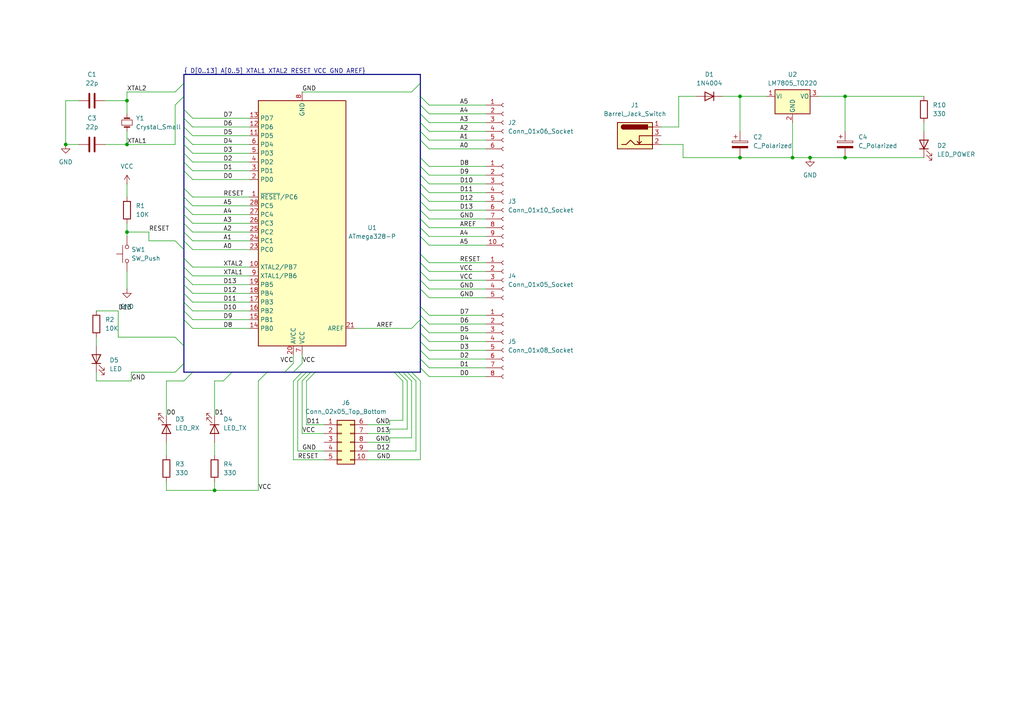
<source format=kicad_sch>
(kicad_sch (version 20250114) (generator "eeschema") (generator_version "9.0")
  (paper "A4")
  (lib_symbols
    (symbol "Connector:Barrel_Jack_Switch" (pin_names (hide yes))
      (property "Reference" "J" (at 0 5.334 0))
      (property "Value" "Barrel_Jack_Switch" (at 0 -5.08 0))
      (symbol "Barrel_Jack_Switch_0_1"
        (rectangle (start -5.08 3.81) (end 5.08 -3.81) (stroke (width 0.254)) (fill (type background)))
        (polyline (pts (xy -3.81 -2.54) (xy -2.54 -2.54) (xy -1.27 -1.27) (xy 0 -2.54) (xy 2.54 -2.54) (xy 5.08 -2.54)) (stroke (width 0.254)))
        (arc (start -3.302 1.905) (mid -3.9343 2.54) (end -3.302 3.175) (stroke (width 0.254)))
        (arc (start -3.302 1.905) (mid -3.9343 2.54) (end -3.302 3.175) (stroke (width 0.254)) (fill (type outline)))
        (polyline (pts (xy 1.27 -2.286) (xy 1.905 -1.651)) (stroke (width 0.254)))
        (rectangle (start 3.683 3.175) (end -3.302 1.905) (stroke (width 0.254)) (fill (type outline)))
        (polyline (pts (xy 5.08 2.54) (xy 3.81 2.54)) (stroke (width 0.254)))
        (polyline (pts (xy 5.08 0) (xy 1.27 0) (xy 1.27 -2.286) (xy 0.635 -1.651)) (stroke (width 0.254)))
      )
      (symbol "Barrel_Jack_Switch_1_1"
        (pin passive line (at 7.62 2.54 180) (length 2.54) (name "~") (number "1"))
        (pin passive line (at 7.62 0 180) (length 2.54) (name "~") (number "3"))
        (pin passive line (at 7.62 -2.54 180) (length 2.54) (name "~") (number "2"))
      )
    )
    (symbol "Connector:Conn_01x05_Socket" (pin_names (offset 1.016) (hide yes))
      (property "Reference" "J" (at 0 7.62 0))
      (property "Value" "Conn_01x05_Socket" (at 0 -7.62 0))
      (symbol "Conn_01x05_Socket_1_1"
        (polyline (pts (xy -1.27 5.08) (xy -0.508 5.08)) (stroke (width 0.1524)))
        (polyline (pts (xy -1.27 2.54) (xy -0.508 2.54)) (stroke (width 0.1524)))
        (polyline (pts (xy -1.27 0) (xy -0.508 0)) (stroke (width 0.1524)))
        (polyline (pts (xy -1.27 -2.54) (xy -0.508 -2.54)) (stroke (width 0.1524)))
        (polyline (pts (xy -1.27 -5.08) (xy -0.508 -5.08)) (stroke (width 0.1524)))
        (arc (start 0 4.572) (mid -0.5058 5.08) (end 0 5.588) (stroke (width 0.1524)))
        (arc (start 0 2.032) (mid -0.5058 2.54) (end 0 3.048) (stroke (width 0.1524)))
        (arc (start 0 -0.508) (mid -0.5058 0) (end 0 0.508) (stroke (width 0.1524)))
        (arc (start 0 -3.048) (mid -0.5058 -2.54) (end 0 -2.032) (stroke (width 0.1524)))
        (arc (start 0 -5.588) (mid -0.5058 -5.08) (end 0 -4.572) (stroke (width 0.1524)))
        (pin passive line (at -5.08 5.08 0) (length 3.81) (name "Pin_1") (number "1"))
        (pin passive line (at -5.08 2.54 0) (length 3.81) (name "Pin_2") (number "2"))
        (pin passive line (at -5.08 0 0) (length 3.81) (name "Pin_3") (number "3"))
        (pin passive line (at -5.08 -2.54 0) (length 3.81) (name "Pin_4") (number "4"))
        (pin passive line (at -5.08 -5.08 0) (length 3.81) (name "Pin_5") (number "5"))
      )
    )
    (symbol "Connector:Conn_01x06_Socket" (pin_names (offset 1.016) (hide yes))
      (property "Reference" "J" (at 0 7.62 0))
      (property "Value" "Conn_01x06_Socket" (at 0 -10.16 0))
      (symbol "Conn_01x06_Socket_1_1"
        (polyline (pts (xy -1.27 5.08) (xy -0.508 5.08)) (stroke (width 0.1524)))
        (polyline (pts (xy -1.27 2.54) (xy -0.508 2.54)) (stroke (width 0.1524)))
        (polyline (pts (xy -1.27 0) (xy -0.508 0)) (stroke (width 0.1524)))
        (polyline (pts (xy -1.27 -2.54) (xy -0.508 -2.54)) (stroke (width 0.1524)))
        (polyline (pts (xy -1.27 -5.08) (xy -0.508 -5.08)) (stroke (width 0.1524)))
        (polyline (pts (xy -1.27 -7.62) (xy -0.508 -7.62)) (stroke (width 0.1524)))
        (arc (start 0 4.572) (mid -0.5058 5.08) (end 0 5.588) (stroke (width 0.1524)))
        (arc (start 0 2.032) (mid -0.5058 2.54) (end 0 3.048) (stroke (width 0.1524)))
        (arc (start 0 -0.508) (mid -0.5058 0) (end 0 0.508) (stroke (width 0.1524)))
        (arc (start 0 -3.048) (mid -0.5058 -2.54) (end 0 -2.032) (stroke (width 0.1524)))
        (arc (start 0 -5.588) (mid -0.5058 -5.08) (end 0 -4.572) (stroke (width 0.1524)))
        (arc (start 0 -8.128) (mid -0.5058 -7.62) (end 0 -7.112) (stroke (width 0.1524)))
        (pin passive line (at -5.08 5.08 0) (length 3.81) (name "Pin_1") (number "1"))
        (pin passive line (at -5.08 2.54 0) (length 3.81) (name "Pin_2") (number "2"))
        (pin passive line (at -5.08 0 0) (length 3.81) (name "Pin_3") (number "3"))
        (pin passive line (at -5.08 -2.54 0) (length 3.81) (name "Pin_4") (number "4"))
        (pin passive line (at -5.08 -5.08 0) (length 3.81) (name "Pin_5") (number "5"))
        (pin passive line (at -5.08 -7.62 0) (length 3.81) (name "Pin_6") (number "6"))
      )
    )
    (symbol "Connector:Conn_01x08_Socket" (pin_names (offset 1.016) (hide yes))
      (property "Reference" "J" (at 0 10.16 0))
      (property "Value" "Conn_01x08_Socket" (at 0 -12.7 0))
      (symbol "Conn_01x08_Socket_1_1"
        (polyline (pts (xy -1.27 7.62) (xy -0.508 7.62)) (stroke (width 0.1524)))
        (polyline (pts (xy -1.27 5.08) (xy -0.508 5.08)) (stroke (width 0.1524)))
        (polyline (pts (xy -1.27 2.54) (xy -0.508 2.54)) (stroke (width 0.1524)))
        (polyline (pts (xy -1.27 0) (xy -0.508 0)) (stroke (width 0.1524)))
        (polyline (pts (xy -1.27 -2.54) (xy -0.508 -2.54)) (stroke (width 0.1524)))
        (polyline (pts (xy -1.27 -5.08) (xy -0.508 -5.08)) (stroke (width 0.1524)))
        (polyline (pts (xy -1.27 -7.62) (xy -0.508 -7.62)) (stroke (width 0.1524)))
        (polyline (pts (xy -1.27 -10.16) (xy -0.508 -10.16)) (stroke (width 0.1524)))
        (arc (start 0 7.112) (mid -0.5058 7.62) (end 0 8.128) (stroke (width 0.1524)))
        (arc (start 0 4.572) (mid -0.5058 5.08) (end 0 5.588) (stroke (width 0.1524)))
        (arc (start 0 2.032) (mid -0.5058 2.54) (end 0 3.048) (stroke (width 0.1524)))
        (arc (start 0 -0.508) (mid -0.5058 0) (end 0 0.508) (stroke (width 0.1524)))
        (arc (start 0 -3.048) (mid -0.5058 -2.54) (end 0 -2.032) (stroke (width 0.1524)))
        (arc (start 0 -5.588) (mid -0.5058 -5.08) (end 0 -4.572) (stroke (width 0.1524)))
        (arc (start 0 -8.128) (mid -0.5058 -7.62) (end 0 -7.112) (stroke (width 0.1524)))
        (arc (start 0 -10.668) (mid -0.5058 -10.16) (end 0 -9.652) (stroke (width 0.1524)))
        (pin passive line (at -5.08 7.62 0) (length 3.81) (name "Pin_1") (number "1"))
        (pin passive line (at -5.08 5.08 0) (length 3.81) (name "Pin_2") (number "2"))
        (pin passive line (at -5.08 2.54 0) (length 3.81) (name "Pin_3") (number "3"))
        (pin passive line (at -5.08 0 0) (length 3.81) (name "Pin_4") (number "4"))
        (pin passive line (at -5.08 -2.54 0) (length 3.81) (name "Pin_5") (number "5"))
        (pin passive line (at -5.08 -5.08 0) (length 3.81) (name "Pin_6") (number "6"))
        (pin passive line (at -5.08 -7.62 0) (length 3.81) (name "Pin_7") (number "7"))
        (pin passive line (at -5.08 -10.16 0) (length 3.81) (name "Pin_8") (number "8"))
      )
    )
    (symbol "Connector:Conn_01x10_Socket" (pin_names (offset 1.016) (hide yes))
      (property "Reference" "J" (at 0 12.7 0))
      (property "Value" "Conn_01x10_Socket" (at 0 -15.24 0))
      (symbol "Conn_01x10_Socket_1_1"
        (polyline (pts (xy -1.27 10.16) (xy -0.508 10.16)) (stroke (width 0.1524)))
        (polyline (pts (xy -1.27 7.62) (xy -0.508 7.62)) (stroke (width 0.1524)))
        (polyline (pts (xy -1.27 5.08) (xy -0.508 5.08)) (stroke (width 0.1524)))
        (polyline (pts (xy -1.27 2.54) (xy -0.508 2.54)) (stroke (width 0.1524)))
        (polyline (pts (xy -1.27 0) (xy -0.508 0)) (stroke (width 0.1524)))
        (polyline (pts (xy -1.27 -2.54) (xy -0.508 -2.54)) (stroke (width 0.1524)))
        (polyline (pts (xy -1.27 -5.08) (xy -0.508 -5.08)) (stroke (width 0.1524)))
        (polyline (pts (xy -1.27 -7.62) (xy -0.508 -7.62)) (stroke (width 0.1524)))
        (polyline (pts (xy -1.27 -10.16) (xy -0.508 -10.16)) (stroke (width 0.1524)))
        (polyline (pts (xy -1.27 -12.7) (xy -0.508 -12.7)) (stroke (width 0.1524)))
        (arc (start 0 9.652) (mid -0.5058 10.16) (end 0 10.668) (stroke (width 0.1524)))
        (arc (start 0 7.112) (mid -0.5058 7.62) (end 0 8.128) (stroke (width 0.1524)))
        (arc (start 0 4.572) (mid -0.5058 5.08) (end 0 5.588) (stroke (width 0.1524)))
        (arc (start 0 2.032) (mid -0.5058 2.54) (end 0 3.048) (stroke (width 0.1524)))
        (arc (start 0 -0.508) (mid -0.5058 0) (end 0 0.508) (stroke (width 0.1524)))
        (arc (start 0 -3.048) (mid -0.5058 -2.54) (end 0 -2.032) (stroke (width 0.1524)))
        (arc (start 0 -5.588) (mid -0.5058 -5.08) (end 0 -4.572) (stroke (width 0.1524)))
        (arc (start 0 -8.128) (mid -0.5058 -7.62) (end 0 -7.112) (stroke (width 0.1524)))
        (arc (start 0 -10.668) (mid -0.5058 -10.16) (end 0 -9.652) (stroke (width 0.1524)))
        (arc (start 0 -13.208) (mid -0.5058 -12.7) (end 0 -12.192) (stroke (width 0.1524)))
        (pin passive line (at -5.08 10.16 0) (length 3.81) (name "Pin_1") (number "1"))
        (pin passive line (at -5.08 7.62 0) (length 3.81) (name "Pin_2") (number "2"))
        (pin passive line (at -5.08 5.08 0) (length 3.81) (name "Pin_3") (number "3"))
        (pin passive line (at -5.08 2.54 0) (length 3.81) (name "Pin_4") (number "4"))
        (pin passive line (at -5.08 0 0) (length 3.81) (name "Pin_5") (number "5"))
        (pin passive line (at -5.08 -2.54 0) (length 3.81) (name "Pin_6") (number "6"))
        (pin passive line (at -5.08 -5.08 0) (length 3.81) (name "Pin_7") (number "7"))
        (pin passive line (at -5.08 -7.62 0) (length 3.81) (name "Pin_8") (number "8"))
        (pin passive line (at -5.08 -10.16 0) (length 3.81) (name "Pin_9") (number "9"))
        (pin passive line (at -5.08 -12.7 0) (length 3.81) (name "Pin_10") (number "10"))
      )
    )
    (symbol "Connector_Generic:Conn_02x05_Top_Bottom" (pin_names (offset 1.016) (hide yes))
      (property "Reference" "J" (at 1.27 7.62 0))
      (property "Value" "Conn_02x05_Top_Bottom" (at 1.27 -7.62 0))
      (symbol "Conn_02x05_Top_Bottom_1_1"
        (rectangle (start -1.27 6.35) (end 3.81 -6.35) (stroke (width 0.254)) (fill (type background)))
        (rectangle (start -1.27 5.207) (end 0 4.953) (stroke (width 0.1524)))
        (rectangle (start -1.27 2.667) (end 0 2.413) (stroke (width 0.1524)))
        (rectangle (start -1.27 0.127) (end 0 -0.127) (stroke (width 0.1524)))
        (rectangle (start -1.27 -2.413) (end 0 -2.667) (stroke (width 0.1524)))
        (rectangle (start -1.27 -4.953) (end 0 -5.207) (stroke (width 0.1524)))
        (rectangle (start 3.81 5.207) (end 2.54 4.953) (stroke (width 0.1524)))
        (rectangle (start 3.81 2.667) (end 2.54 2.413) (stroke (width 0.1524)))
        (rectangle (start 3.81 0.127) (end 2.54 -0.127) (stroke (width 0.1524)))
        (rectangle (start 3.81 -2.413) (end 2.54 -2.667) (stroke (width 0.1524)))
        (rectangle (start 3.81 -4.953) (end 2.54 -5.207) (stroke (width 0.1524)))
        (pin passive line (at -5.08 5.08 0) (length 3.81) (name "Pin_1") (number "1"))
        (pin passive line (at -5.08 2.54 0) (length 3.81) (name "Pin_2") (number "2"))
        (pin passive line (at -5.08 0 0) (length 3.81) (name "Pin_3") (number "3"))
        (pin passive line (at -5.08 -2.54 0) (length 3.81) (name "Pin_4") (number "4"))
        (pin passive line (at -5.08 -5.08 0) (length 3.81) (name "Pin_5") (number "5"))
        (pin passive line (at 7.62 5.08 180) (length 3.81) (name "Pin_6") (number "6"))
        (pin passive line (at 7.62 2.54 180) (length 3.81) (name "Pin_7") (number "7"))
        (pin passive line (at 7.62 0 180) (length 3.81) (name "Pin_8") (number "8"))
        (pin passive line (at 7.62 -2.54 180) (length 3.81) (name "Pin_9") (number "9"))
        (pin passive line (at 7.62 -5.08 180) (length 3.81) (name "Pin_10") (number "10"))
      )
    )
    (symbol "Device:C" (pin_numbers (hide yes)) (pin_names (offset 0.254))
      (property "Reference" "C" (at 0.635 2.54 0))
      (property "Value" "C" (at 0.635 -2.54 0))
      (symbol "C_0_1"
        (polyline (pts (xy -2.032 0.762) (xy 2.032 0.762)) (stroke (width 0.508)))
        (polyline (pts (xy -2.032 -0.762) (xy 2.032 -0.762)) (stroke (width 0.508)))
      )
      (symbol "C_1_1"
        (pin passive line (at 0 3.81 270) (length 2.794) (name "~") (number "1"))
        (pin passive line (at 0 -3.81 90) (length 2.794) (name "~") (number "2"))
      )
    )
    (symbol "Device:C_Polarized" (pin_numbers (hide yes)) (pin_names (offset 0.254))
      (property "Reference" "C" (at 0.635 2.54 0))
      (property "Value" "C_Polarized" (at 0.635 -2.54 0))
      (symbol "C_Polarized_0_1"
        (rectangle (start -2.286 0.508) (end 2.286 1.016))
        (polyline (pts (xy -1.778 2.286) (xy -0.762 2.286)))
        (polyline (pts (xy -1.27 2.794) (xy -1.27 1.778)))
        (rectangle (start 2.286 -0.508) (end -2.286 -1.016) (fill (type outline)))
      )
      (symbol "C_Polarized_1_1"
        (pin passive line (at 0 3.81 270) (length 2.794) (name "~") (number "1"))
        (pin passive line (at 0 -3.81 90) (length 2.794) (name "~") (number "2"))
      )
    )
    (symbol "Device:Crystal_Small" (pin_numbers (hide yes)) (pin_names (offset 1.016) (hide yes))
      (property "Reference" "Y" (at 0 2.54 0))
      (property "Value" "Crystal_Small" (at 0 -2.54 0))
      (symbol "Crystal_Small_0_1"
        (polyline (pts (xy -1.27 -0.762) (xy -1.27 0.762)) (stroke (width 0.381)))
        (rectangle (start -0.762 -1.524) (end 0.762 1.524))
        (polyline (pts (xy 1.27 -0.762) (xy 1.27 0.762)) (stroke (width 0.381)))
      )
      (symbol "Crystal_Small_1_1"
        (pin passive line (at -2.54 0 0) (length 1.27) (name "1") (number "1"))
        (pin passive line (at 2.54 0 180) (length 1.27) (name "2") (number "2"))
      )
    )
    (symbol "Device:LED" (pin_numbers (hide yes)) (pin_names (offset 1.016) (hide yes))
      (property "Reference" "D" (at 0 2.54 0))
      (property "Value" "LED" (at 0 -2.54 0))
      (symbol "LED_0_1"
        (polyline (pts (xy -3.048 -0.762) (xy -4.572 -2.286) (xy -3.81 -2.286) (xy -4.572 -2.286) (xy -4.572 -1.524)))
        (polyline (pts (xy -1.778 -0.762) (xy -3.302 -2.286) (xy -2.54 -2.286) (xy -3.302 -2.286) (xy -3.302 -1.524)))
        (polyline (pts (xy -1.27 0) (xy 1.27 0)))
        (polyline (pts (xy -1.27 -1.27) (xy -1.27 1.27)) (stroke (width 0.254)))
        (polyline (pts (xy 1.27 -1.27) (xy 1.27 1.27) (xy -1.27 0) (xy 1.27 -1.27)) (stroke (width 0.254)))
      )
      (symbol "LED_1_1"
        (pin passive line (at -3.81 0 0) (length 2.54) (name "K") (number "1"))
        (pin passive line (at 3.81 0 180) (length 2.54) (name "A") (number "2"))
      )
    )
    (symbol "Device:R" (pin_numbers (hide yes)) (pin_names (offset 0))
      (property "Reference" "R" (at 2.032 0 90))
      (property "Value" "R" (at 0 0 90))
      (symbol "R_0_1"
        (rectangle (start -1.016 -2.54) (end 1.016 2.54) (stroke (width 0.254)))
      )
      (symbol "R_1_1"
        (pin passive line (at 0 3.81 270) (length 1.27) (name "~") (number "1"))
        (pin passive line (at 0 -3.81 90) (length 1.27) (name "~") (number "2"))
      )
    )
    (symbol "Diode:1N4004" (pin_numbers (hide yes)) (pin_names (hide yes))
      (property "Reference" "D" (at 0 2.54 0))
      (property "Value" "1N4004" (at 0 -2.54 0))
      (symbol "1N4004_0_1"
        (polyline (pts (xy -1.27 1.27) (xy -1.27 -1.27)) (stroke (width 0.254)))
        (polyline (pts (xy 1.27 1.27) (xy 1.27 -1.27) (xy -1.27 0) (xy 1.27 1.27)) (stroke (width 0.254)))
        (polyline (pts (xy 1.27 0) (xy -1.27 0)))
      )
      (symbol "1N4004_1_1"
        (pin passive line (at -3.81 0 0) (length 2.54) (name "K") (number "1"))
        (pin passive line (at 3.81 0 180) (length 2.54) (name "A") (number "2"))
      )
    )
    (symbol "MCU_Microchip_ATmega:ATmega328-P"
      (property "Reference" "U" (at -12.7 36.83 0))
      (property "Value" "ATmega328-P" (at 2.54 -36.83 0))
      (symbol "ATmega328-P_0_1"
        (rectangle (start -12.7 -35.56) (end 12.7 35.56) (stroke (width 0.254)) (fill (type background)))
      )
      (symbol "ATmega328-P_1_1"
        (pin passive line (at -15.24 30.48 0) (length 2.54) (name "AREF") (number "21"))
        (pin power_in line (at 0 38.1 270) (length 2.54) (name "VCC") (number "7"))
        (pin passive line (at 0 -38.1 90) (length 2.54) (hide yes) (name "GND") (number "22"))
        (pin power_in line (at 0 -38.1 90) (length 2.54) (name "GND") (number "8"))
        (pin power_in line (at 2.54 38.1 270) (length 2.54) (name "AVCC") (number "20"))
        (pin bidirectional line (at 15.24 30.48 180) (length 2.54) (name "PB0") (number "14"))
        (pin bidirectional line (at 15.24 27.94 180) (length 2.54) (name "PB1") (number "15"))
        (pin bidirectional line (at 15.24 25.4 180) (length 2.54) (name "PB2") (number "16"))
        (pin bidirectional line (at 15.24 22.86 180) (length 2.54) (name "PB3") (number "17"))
        (pin bidirectional line (at 15.24 20.32 180) (length 2.54) (name "PB4") (number "18"))
        (pin bidirectional line (at 15.24 17.78 180) (length 2.54) (name "PB5") (number "19"))
        (pin bidirectional line (at 15.24 15.24 180) (length 2.54) (name "XTAL1/PB6") (number "9"))
        (pin bidirectional line (at 15.24 12.7 180) (length 2.54) (name "XTAL2/PB7") (number "10"))
        (pin bidirectional line (at 15.24 7.62 180) (length 2.54) (name "PC0") (number "23"))
        (pin bidirectional line (at 15.24 5.08 180) (length 2.54) (name "PC1") (number "24"))
        (pin bidirectional line (at 15.24 2.54 180) (length 2.54) (name "PC2") (number "25"))
        (pin bidirectional line (at 15.24 0 180) (length 2.54) (name "PC3") (number "26"))
        (pin bidirectional line (at 15.24 -2.54 180) (length 2.54) (name "PC4") (number "27"))
        (pin bidirectional line (at 15.24 -5.08 180) (length 2.54) (name "PC5") (number "28"))
        (pin bidirectional line (at 15.24 -7.62 180) (length 2.54) (name "~{RESET}/PC6") (number "1"))
        (pin bidirectional line (at 15.24 -12.7 180) (length 2.54) (name "PD0") (number "2"))
        (pin bidirectional line (at 15.24 -15.24 180) (length 2.54) (name "PD1") (number "3"))
        (pin bidirectional line (at 15.24 -17.78 180) (length 2.54) (name "PD2") (number "4"))
        (pin bidirectional line (at 15.24 -20.32 180) (length 2.54) (name "PD3") (number "5"))
        (pin bidirectional line (at 15.24 -22.86 180) (length 2.54) (name "PD4") (number "6"))
        (pin bidirectional line (at 15.24 -25.4 180) (length 2.54) (name "PD5") (number "11"))
        (pin bidirectional line (at 15.24 -27.94 180) (length 2.54) (name "PD6") (number "12"))
        (pin bidirectional line (at 15.24 -30.48 180) (length 2.54) (name "PD7") (number "13"))
      )
    )
    (symbol "Regulator_Linear:LM7805_TO220" (pin_names (offset 0.254))
      (property "Reference" "U" (at -3.81 3.175 0))
      (property "Value" "LM7805_TO220" (at 0 3.175 0))
      (symbol "LM7805_TO220_0_1"
        (rectangle (start -5.08 1.905) (end 5.08 -5.08) (stroke (width 0.254)) (fill (type background)))
      )
      (symbol "LM7805_TO220_1_1"
        (pin power_in line (at -7.62 0 0) (length 2.54) (name "VI") (number "1"))
        (pin power_in line (at 0 -7.62 90) (length 2.54) (name "GND") (number "2"))
        (pin power_out line (at 7.62 0 180) (length 2.54) (name "VO") (number "3"))
      )
    )
    (symbol "Switch:SW_Push" (pin_numbers (hide yes)) (pin_names (offset 1.016) (hide yes))
      (property "Reference" "SW" (at 1.27 2.54 0))
      (property "Value" "SW_Push" (at 0 -1.524 0))
      (symbol "SW_Push_0_1"
        (circle (center -2.032 0) (radius 0.508))
        (polyline (pts (xy 0 1.27) (xy 0 3.048)))
        (circle (center 2.032 0) (radius 0.508))
        (polyline (pts (xy 2.54 1.27) (xy -2.54 1.27)))
        (pin passive line (at -5.08 0 0) (length 2.54) (name "1") (number "1"))
        (pin passive line (at 5.08 0 180) (length 2.54) (name "2") (number "2"))
      )
    )
    (symbol "power:GND" (power) (pin_numbers (hide yes)) (pin_names (offset 0) (hide yes))
      (property "Value" "GND" (at 0 -3.81 0))
      (symbol "GND_0_1"
        (polyline (pts (xy 0 0) (xy 0 -1.27) (xy 1.27 -1.27) (xy 0 -2.54) (xy -1.27 -1.27) (xy 0 -1.27)))
      )
      (symbol "GND_1_1"
        (pin power_in line (at 0 0 270) (length 0) (name "~") (number "1"))
      )
    )
    (symbol "power:VCC" (power) (pin_numbers (hide yes)) (pin_names (offset 0) (hide yes))
      (property "Value" "VCC" (at 0 3.556 0))
      (symbol "VCC_0_1"
        (polyline (pts (xy -0.762 1.27) (xy 0 2.54)))
        (polyline (pts (xy 0 2.54) (xy 0.762 1.27)))
        (polyline (pts (xy 0 0) (xy 0 2.54)))
      )
      (symbol "VCC_1_1"
        (pin power_in line (at 0 0 90) (length 0) (name "~") (number "1"))
      )
    )
  )
  (junction (at 229.87 45.72))
  (junction (at 214.63 45.72))
  (junction (at 214.63 27.94))
  (junction (at 234.95 45.72))
  (junction (at 62.23 142.24))
  (junction (at 245.11 45.72))
  (junction (at 36.83 41.91))
  (junction (at 245.11 27.94))
  (junction (at 36.83 67.31))
  (junction (at 36.83 29.21))
  (junction (at 19.05 41.91))
  (bus_entry (at 121.92 78.74) (size 2.54 2.54))
  (bus_entry (at 53.34 67.31) (size 2.54 2.54))
  (bus_entry (at 121.92 53.34) (size 2.54 2.54))
  (bus_entry (at 82.55 107.95) (size 2.54 -2.54))
  (bus_entry (at 87.63 107.95) (size -2.54 2.54))
  (bus_entry (at 53.34 59.69) (size 2.54 2.54))
  (bus_entry (at 121.92 91.44) (size 2.54 2.54))
  (bus_entry (at 53.34 64.77) (size 2.54 2.54))
  (bus_entry (at 121.92 63.5) (size 2.54 2.54))
  (bus_entry (at 121.92 45.72) (size 2.54 2.54))
  (bus_entry (at 121.92 88.9) (size 2.54 2.54))
  (bus_entry (at 53.34 44.45) (size 2.54 2.54))
  (bus_entry (at 121.92 73.66) (size 2.54 2.54))
  (bus_entry (at 121.92 30.48) (size 2.54 2.54))
  (bus_entry (at 121.92 66.04) (size 2.54 2.54))
  (bus_entry (at 121.92 50.8) (size 2.54 2.54))
  (bus_entry (at 121.92 96.52) (size 2.54 2.54))
  (bus_entry (at 53.34 46.99) (size 2.54 2.54))
  (bus_entry (at 121.92 99.06) (size 2.54 2.54))
  (bus_entry (at 121.92 55.88) (size 2.54 2.54))
  (bus_entry (at 121.92 83.82) (size 2.54 2.54))
  (bus_entry (at 90.17 107.95) (size -2.54 2.54))
  (bus_entry (at 121.92 104.14) (size 2.54 2.54))
  (bus_entry (at 115.57 107.95) (size 2.54 2.54))
  (bus_entry (at 53.34 49.53) (size 2.54 2.54))
  (bus_entry (at 53.34 90.17) (size 2.54 2.54))
  (bus_entry (at 91.44 107.95) (size -2.54 2.54))
  (bus_entry (at 121.92 58.42) (size 2.54 2.54))
  (bus_entry (at 53.34 72.39) (size -2.54 -2.54))
  (bus_entry (at 53.34 57.15) (size 2.54 2.54))
  (bus_entry (at 121.92 24.13) (size -2.54 2.54))
  (bus_entry (at 77.47 107.95) (size -2.54 2.54))
  (bus_entry (at 53.34 100.33) (size -2.54 -2.54))
  (bus_entry (at 121.92 93.98) (size 2.54 2.54))
  (bus_entry (at 55.88 107.95) (size -2.54 2.54))
  (bus_entry (at 53.34 62.23) (size 2.54 2.54))
  (bus_entry (at 121.92 27.94) (size 2.54 2.54))
  (bus_entry (at 53.34 69.85) (size 2.54 2.54))
  (bus_entry (at 88.9 107.95) (size -2.54 2.54))
  (bus_entry (at 53.34 77.47) (size 2.54 2.54))
  (bus_entry (at 121.92 35.56) (size 2.54 2.54))
  (bus_entry (at 53.34 92.71) (size 2.54 2.54))
  (bus_entry (at 53.34 39.37) (size 2.54 2.54))
  (bus_entry (at 121.92 81.28) (size 2.54 2.54))
  (bus_entry (at 67.31 107.95) (size -2.54 2.54))
  (bus_entry (at 121.92 106.68) (size 2.54 2.54))
  (bus_entry (at 53.34 85.09) (size 2.54 2.54))
  (bus_entry (at 53.34 31.75) (size 2.54 2.54))
  (bus_entry (at 53.34 82.55) (size 2.54 2.54))
  (bus_entry (at 85.09 107.95) (size 2.54 -2.54))
  (bus_entry (at 121.92 68.58) (size 2.54 2.54))
  (bus_entry (at 53.34 105.41) (size -2.54 2.54))
  (bus_entry (at 53.34 24.13) (size -2.54 2.54))
  (bus_entry (at 53.34 41.91) (size 2.54 2.54))
  (bus_entry (at 118.11 107.95) (size 2.54 2.54))
  (bus_entry (at 121.92 60.96) (size 2.54 2.54))
  (bus_entry (at 53.34 80.01) (size 2.54 2.54))
  (bus_entry (at 53.34 54.61) (size 2.54 2.54))
  (bus_entry (at 53.34 74.93) (size 2.54 2.54))
  (bus_entry (at 121.92 33.02) (size 2.54 2.54))
  (bus_entry (at 53.34 27.94) (size -2.54 2.54))
  (bus_entry (at 53.34 34.29) (size 2.54 2.54))
  (bus_entry (at 121.92 101.6) (size 2.54 2.54))
  (bus_entry (at 53.34 87.63) (size 2.54 2.54))
  (bus_entry (at 53.34 36.83) (size 2.54 2.54))
  (bus_entry (at 121.92 48.26) (size 2.54 2.54))
  (bus_entry (at 116.84 107.95) (size 2.54 2.54))
  (bus_entry (at 121.92 38.1) (size 2.54 2.54))
  (bus_entry (at 121.92 92.71) (size -2.54 2.54))
  (bus_entry (at 114.3 107.95) (size 2.54 2.54))
  (bus_entry (at 121.92 76.2) (size 2.54 2.54))
  (bus_entry (at 119.38 107.95) (size 2.54 2.54))
  (bus_entry (at 121.92 40.64) (size 2.54 2.54))
  (wire (pts (xy 124.46 58.42) (xy 140.97 58.42)))
  (wire (pts (xy 85.09 133.35) (xy 93.98 133.35)))
  (bus (pts (xy 53.34 69.85) (xy 53.34 67.31)))
  (wire (pts (xy 87.63 26.67) (xy 119.38 26.67)))
  (wire (pts (xy 43.18 69.85) (xy 43.18 67.31)))
  (wire (pts (xy 55.88 67.31) (xy 72.39 67.31)))
  (bus (pts (xy 114.3 107.95) (xy 115.57 107.95)))
  (wire (pts (xy 38.1 110.49) (xy 27.94 110.49)))
  (bus (pts (xy 121.92 83.82) (xy 121.92 88.9)))
  (bus (pts (xy 53.34 44.45) (xy 53.34 41.91)))
  (wire (pts (xy 118.11 124.46) (xy 118.11 110.49)))
  (bus (pts (xy 53.34 82.55) (xy 53.34 80.01)))
  (wire (pts (xy 214.63 27.94) (xy 222.25 27.94)))
  (wire (pts (xy 86.36 130.81) (xy 93.98 130.81)))
  (bus (pts (xy 53.34 59.69) (xy 53.34 57.15)))
  (wire (pts (xy 119.38 127) (xy 119.38 110.49)))
  (bus (pts (xy 53.34 100.33) (xy 53.34 92.71)))
  (bus (pts (xy 121.92 92.71) (xy 121.92 93.98)))
  (bus (pts (xy 121.92 50.8) (xy 121.92 53.34)))
  (bus (pts (xy 121.92 73.66) (xy 121.92 76.2)))
  (bus (pts (xy 116.84 107.95) (xy 118.11 107.95)))
  (wire (pts (xy 124.46 101.6) (xy 140.97 101.6)))
  (bus (pts (xy 53.34 36.83) (xy 53.34 34.29)))
  (wire (pts (xy 124.46 86.36) (xy 140.97 86.36)))
  (wire (pts (xy 55.88 87.63) (xy 72.39 87.63)))
  (wire (pts (xy 124.46 30.48) (xy 140.97 30.48)))
  (wire (pts (xy 55.88 64.77) (xy 72.39 64.77)))
  (wire (pts (xy 124.46 83.82) (xy 140.97 83.82)))
  (bus (pts (xy 53.34 49.53) (xy 53.34 46.99)))
  (wire (pts (xy 267.97 35.56) (xy 267.97 38.1)))
  (wire (pts (xy 55.88 41.91) (xy 72.39 41.91)))
  (wire (pts (xy 50.8 30.48) (xy 50.8 41.91)))
  (bus (pts (xy 53.34 80.01) (xy 53.34 77.47)))
  (wire (pts (xy 55.88 59.69) (xy 72.39 59.69)))
  (bus (pts (xy 53.34 105.41) (xy 53.34 100.33)))
  (wire (pts (xy 88.9 123.19) (xy 93.98 123.19)))
  (wire (pts (xy 191.77 41.91) (xy 198.12 41.91)))
  (wire (pts (xy 43.18 67.31) (xy 36.83 67.31)))
  (bus (pts (xy 53.34 90.17) (xy 53.34 87.63)))
  (wire (pts (xy 55.88 95.25) (xy 72.39 95.25)))
  (bus (pts (xy 53.34 92.71) (xy 53.34 90.17)))
  (wire (pts (xy 55.88 46.99) (xy 72.39 46.99)))
  (wire (pts (xy 55.88 57.15) (xy 72.39 57.15)))
  (wire (pts (xy 234.95 45.72) (xy 245.11 45.72)))
  (bus (pts (xy 121.92 27.94) (xy 121.92 30.48)))
  (bus (pts (xy 121.92 66.04) (xy 121.92 68.58)))
  (bus (pts (xy 53.34 27.94) (xy 53.34 24.13)))
  (wire (pts (xy 124.46 91.44) (xy 140.97 91.44)))
  (wire (pts (xy 53.34 110.49) (xy 48.26 110.49)))
  (bus (pts (xy 53.34 24.13) (xy 53.34 21.59)))
  (bus (pts (xy 77.47 107.95) (xy 67.31 107.95)))
  (bus (pts (xy 115.57 107.95) (xy 116.84 107.95)))
  (wire (pts (xy 245.11 27.94) (xy 267.97 27.94)))
  (wire (pts (xy 64.77 110.49) (xy 62.23 110.49)))
  (bus (pts (xy 121.92 68.58) (xy 121.92 73.66)))
  (bus (pts (xy 53.34 107.95) (xy 53.34 105.41)))
  (bus (pts (xy 121.92 38.1) (xy 121.92 40.64)))
  (bus (pts (xy 53.34 72.39) (xy 53.34 69.85)))
  (bus (pts (xy 121.92 78.74) (xy 121.92 81.28)))
  (wire (pts (xy 124.46 53.34) (xy 140.97 53.34)))
  (wire (pts (xy 62.23 110.49) (xy 62.23 120.65)))
  (wire (pts (xy 120.65 110.49) (xy 120.65 130.81)))
  (wire (pts (xy 55.88 77.47) (xy 72.39 77.47)))
  (wire (pts (xy 124.46 66.04) (xy 140.97 66.04)))
  (wire (pts (xy 22.86 29.21) (xy 19.05 29.21)))
  (bus (pts (xy 53.34 62.23) (xy 53.34 59.69)))
  (bus (pts (xy 53.34 39.37) (xy 53.34 36.83)))
  (bus (pts (xy 121.92 35.56) (xy 121.92 38.1)))
  (wire (pts (xy 113.03 121.92) (xy 113.03 123.19)))
  (wire (pts (xy 55.88 92.71) (xy 72.39 92.71)))
  (wire (pts (xy 50.8 26.67) (xy 36.83 26.67)))
  (wire (pts (xy 36.83 78.74) (xy 36.83 83.82)))
  (bus (pts (xy 53.34 41.91) (xy 53.34 39.37)))
  (wire (pts (xy 55.88 62.23) (xy 72.39 62.23)))
  (wire (pts (xy 121.92 110.49) (xy 121.92 133.35)))
  (wire (pts (xy 214.63 27.94) (xy 214.63 38.1)))
  (wire (pts (xy 48.26 110.49) (xy 48.26 120.65)))
  (wire (pts (xy 198.12 45.72) (xy 214.63 45.72)))
  (bus (pts (xy 121.92 91.44) (xy 121.92 92.71)))
  (wire (pts (xy 245.11 27.94) (xy 245.11 38.1)))
  (wire (pts (xy 86.36 110.49) (xy 86.36 130.81)))
  (wire (pts (xy 245.11 45.72) (xy 267.97 45.72)))
  (wire (pts (xy 27.94 97.79) (xy 27.94 100.33)))
  (wire (pts (xy 55.88 82.55) (xy 72.39 82.55)))
  (bus (pts (xy 53.34 77.47) (xy 53.34 74.93)))
  (bus (pts (xy 121.92 33.02) (xy 121.92 35.56)))
  (wire (pts (xy 124.46 33.02) (xy 140.97 33.02)))
  (wire (pts (xy 55.88 69.85) (xy 72.39 69.85)))
  (wire (pts (xy 124.46 99.06) (xy 140.97 99.06)))
  (bus (pts (xy 53.34 21.59) (xy 121.92 21.59)))
  (wire (pts (xy 55.88 52.07) (xy 72.39 52.07)))
  (wire (pts (xy 38.1 107.95) (xy 38.1 110.49)))
  (bus (pts (xy 53.34 46.99) (xy 53.34 44.45)))
  (wire (pts (xy 88.9 123.19) (xy 88.9 110.49)))
  (bus (pts (xy 121.92 30.48) (xy 121.92 33.02)))
  (bus (pts (xy 121.92 106.68) (xy 121.92 107.95)))
  (wire (pts (xy 124.46 106.68) (xy 140.97 106.68)))
  (wire (pts (xy 55.88 39.37) (xy 72.39 39.37)))
  (bus (pts (xy 53.34 34.29) (xy 53.34 31.75)))
  (bus (pts (xy 121.92 24.13) (xy 121.92 27.94)))
  (bus (pts (xy 55.88 107.95) (xy 53.34 107.95)))
  (bus (pts (xy 121.92 45.72) (xy 121.92 48.26)))
  (bus (pts (xy 119.38 107.95) (xy 121.92 107.95)))
  (wire (pts (xy 124.46 50.8) (xy 140.97 50.8)))
  (wire (pts (xy 237.49 27.94) (xy 245.11 27.94)))
  (wire (pts (xy 62.23 142.24) (xy 62.23 139.7)))
  (wire (pts (xy 196.85 27.94) (xy 201.93 27.94)))
  (wire (pts (xy 124.46 109.22) (xy 140.97 109.22)))
  (wire (pts (xy 124.46 104.14) (xy 140.97 104.14)))
  (wire (pts (xy 55.88 34.29) (xy 72.39 34.29)))
  (bus (pts (xy 85.09 107.95) (xy 87.63 107.95)))
  (wire (pts (xy 124.46 35.56) (xy 140.97 35.56)))
  (wire (pts (xy 34.29 90.17) (xy 27.94 90.17)))
  (wire (pts (xy 36.83 67.31) (xy 36.83 68.58)))
  (bus (pts (xy 53.34 67.31) (xy 53.34 64.77)))
  (wire (pts (xy 30.48 29.21) (xy 36.83 29.21)))
  (wire (pts (xy 106.68 123.19) (xy 113.03 123.19)))
  (bus (pts (xy 121.92 63.5) (xy 121.92 66.04)))
  (bus (pts (xy 121.92 96.52) (xy 121.92 99.06)))
  (bus (pts (xy 121.92 99.06) (xy 121.92 101.6)))
  (bus (pts (xy 53.34 57.15) (xy 53.34 54.61)))
  (wire (pts (xy 124.46 60.96) (xy 140.97 60.96)))
  (bus (pts (xy 121.92 48.26) (xy 121.92 50.8)))
  (wire (pts (xy 87.63 110.49) (xy 87.63 125.73)))
  (wire (pts (xy 74.93 142.24) (xy 62.23 142.24)))
  (wire (pts (xy 113.03 127) (xy 119.38 127)))
  (wire (pts (xy 87.63 125.73) (xy 93.98 125.73)))
  (wire (pts (xy 55.88 44.45) (xy 72.39 44.45)))
  (bus (pts (xy 121.92 40.64) (xy 121.92 45.72)))
  (wire (pts (xy 48.26 142.24) (xy 62.23 142.24)))
  (wire (pts (xy 106.68 128.27) (xy 113.03 128.27)))
  (wire (pts (xy 85.09 133.35) (xy 85.09 110.49)))
  (bus (pts (xy 121.92 101.6) (xy 121.92 104.14)))
  (wire (pts (xy 36.83 38.1) (xy 36.83 41.91)))
  (bus (pts (xy 53.34 87.63) (xy 53.34 85.09)))
  (wire (pts (xy 229.87 35.56) (xy 229.87 45.72)))
  (wire (pts (xy 87.63 105.41) (xy 87.63 102.87)))
  (wire (pts (xy 124.46 76.2) (xy 140.97 76.2)))
  (bus (pts (xy 91.44 107.95) (xy 114.3 107.95)))
  (wire (pts (xy 113.03 124.46) (xy 118.11 124.46)))
  (wire (pts (xy 50.8 107.95) (xy 38.1 107.95)))
  (bus (pts (xy 85.09 107.95) (xy 82.55 107.95)))
  (bus (pts (xy 121.92 93.98) (xy 121.92 96.52)))
  (bus (pts (xy 67.31 107.95) (xy 55.88 107.95)))
  (wire (pts (xy 124.46 43.18) (xy 140.97 43.18)))
  (wire (pts (xy 55.88 72.39) (xy 72.39 72.39)))
  (wire (pts (xy 124.46 68.58) (xy 140.97 68.58)))
  (wire (pts (xy 113.03 127) (xy 113.03 128.27)))
  (wire (pts (xy 116.84 121.92) (xy 116.84 110.49)))
  (wire (pts (xy 55.88 80.01) (xy 72.39 80.01)))
  (wire (pts (xy 113.03 124.46) (xy 113.03 125.73)))
  (wire (pts (xy 124.46 93.98) (xy 140.97 93.98)))
  (wire (pts (xy 106.68 133.35) (xy 121.92 133.35)))
  (bus (pts (xy 82.55 107.95) (xy 77.47 107.95)))
  (wire (pts (xy 62.23 128.27) (xy 62.23 132.08)))
  (wire (pts (xy 209.55 27.94) (xy 214.63 27.94)))
  (wire (pts (xy 48.26 128.27) (xy 48.26 132.08)))
  (bus (pts (xy 87.63 107.95) (xy 88.9 107.95)))
  (wire (pts (xy 55.88 85.09) (xy 72.39 85.09)))
  (wire (pts (xy 191.77 36.83) (xy 196.85 36.83)))
  (wire (pts (xy 124.46 55.88) (xy 140.97 55.88)))
  (wire (pts (xy 124.46 40.64) (xy 140.97 40.64)))
  (wire (pts (xy 55.88 36.83) (xy 72.39 36.83)))
  (wire (pts (xy 74.93 110.49) (xy 74.93 142.24)))
  (bus (pts (xy 121.92 55.88) (xy 121.92 58.42)))
  (wire (pts (xy 124.46 81.28) (xy 140.97 81.28)))
  (wire (pts (xy 36.83 41.91) (xy 30.48 41.91)))
  (wire (pts (xy 106.68 125.73) (xy 113.03 125.73)))
  (bus (pts (xy 118.11 107.95) (xy 119.38 107.95)))
  (wire (pts (xy 85.09 105.41) (xy 85.09 102.87)))
  (bus (pts (xy 121.92 81.28) (xy 121.92 83.82)))
  (wire (pts (xy 124.46 48.26) (xy 140.97 48.26)))
  (bus (pts (xy 121.92 58.42) (xy 121.92 60.96)))
  (bus (pts (xy 53.34 31.75) (xy 53.34 27.94)))
  (wire (pts (xy 36.83 64.77) (xy 36.83 67.31)))
  (wire (pts (xy 19.05 41.91) (xy 22.86 41.91)))
  (wire (pts (xy 36.83 53.34) (xy 36.83 57.15)))
  (wire (pts (xy 48.26 139.7) (xy 48.26 142.24)))
  (wire (pts (xy 36.83 26.67) (xy 36.83 29.21)))
  (bus (pts (xy 53.34 85.09) (xy 53.34 82.55)))
  (bus (pts (xy 121.92 76.2) (xy 121.92 78.74)))
  (wire (pts (xy 50.8 69.85) (xy 43.18 69.85)))
  (wire (pts (xy 113.03 121.92) (xy 116.84 121.92)))
  (wire (pts (xy 198.12 41.91) (xy 198.12 45.72)))
  (bus (pts (xy 121.92 104.14) (xy 121.92 106.68)))
  (wire (pts (xy 27.94 110.49) (xy 27.94 107.95)))
  (wire (pts (xy 34.29 97.79) (xy 34.29 90.17)))
  (wire (pts (xy 229.87 45.72) (xy 234.95 45.72)))
  (wire (pts (xy 36.83 29.21) (xy 36.83 33.02)))
  (bus (pts (xy 88.9 107.95) (xy 90.17 107.95)))
  (wire (pts (xy 19.05 29.21) (xy 19.05 41.91)))
  (wire (pts (xy 106.68 130.81) (xy 120.65 130.81)))
  (wire (pts (xy 214.63 45.72) (xy 229.87 45.72)))
  (bus (pts (xy 121.92 60.96) (xy 121.92 63.5)))
  (bus (pts (xy 53.34 54.61) (xy 53.34 49.53)))
  (bus (pts (xy 121.92 88.9) (xy 121.92 91.44)))
  (wire (pts (xy 124.46 96.52) (xy 140.97 96.52)))
  (wire (pts (xy 50.8 41.91) (xy 36.83 41.91)))
  (wire (pts (xy 50.8 97.79) (xy 34.29 97.79)))
  (wire (pts (xy 196.85 36.83) (xy 196.85 27.94)))
  (wire (pts (xy 124.46 78.74) (xy 140.97 78.74)))
  (wire (pts (xy 124.46 71.12) (xy 140.97 71.12)))
  (wire (pts (xy 55.88 90.17) (xy 72.39 90.17)))
  (wire (pts (xy 102.87 95.25) (xy 119.38 95.25)))
  (wire (pts (xy 124.46 63.5) (xy 140.97 63.5)))
  (bus (pts (xy 53.34 64.77) (xy 53.34 62.23)))
  (wire (pts (xy 55.88 49.53) (xy 72.39 49.53)))
  (bus (pts (xy 121.92 53.34) (xy 121.92 55.88)))
  (bus (pts (xy 90.17 107.95) (xy 91.44 107.95)))
  (bus (pts (xy 53.34 74.93) (xy 53.34 72.39)))
  (wire (pts (xy 124.46 38.1) (xy 140.97 38.1)))
  (bus (pts (xy 121.92 21.59) (xy 121.92 24.13)))
  (label "D13" (at 113.03 125.73 180))
  (label "A4" (at 133.35 68.58 0))
  (label "A5" (at 133.35 71.12 0))
  (label "A4" (at 64.77 62.23 0))
  (label "D0" (at 48.26 120.65 0))
  (label "D0" (at 64.77 52.07 0))
  (label "VCC" (at 87.63 125.73 0))
  (label "D0" (at 133.35 109.22 0))
  (label "D11" (at 64.77 87.63 0))
  (label "{ D[0..13] A[0..5] XTAL1 XTAL2 RESET VCC GND AREF}" (at 53.34 21.59 0))
  (label "A3" (at 64.77 64.77 0))
  (label "GND" (at 38.1 110.49 0))
  (label "D11" (at 133.35 55.88 0))
  (label "A2" (at 64.77 67.31 0))
  (label "A1" (at 133.35 40.64 0))
  (label "GND" (at 87.63 26.67 0))
  (label "D13" (at 133.35 60.96 0))
  (label "D13" (at 34.29 90.17 0))
  (label "D9" (at 64.77 92.71 0))
  (label "GND" (at 113.03 128.27 180))
  (label "D4" (at 64.77 41.91 0))
  (label "D3" (at 133.35 101.6 0))
  (label "VCC" (at 133.35 78.74 0))
  (label "A0" (at 133.35 43.18 0))
  (label "VCC" (at 74.93 142.24 0))
  (label "D11" (at 88.9 123.19 0))
  (label "XTAL1" (at 64.77 80.01 0))
  (label "A1" (at 64.77 69.85 0))
  (label "A2" (at 133.35 38.1 0))
  (label "D10" (at 64.77 90.17 0))
  (label "D12" (at 64.77 85.09 0))
  (label "VCC" (at 85.09 105.41 180))
  (label "GND" (at 113.03 123.19 180))
  (label "RESET" (at 133.35 76.2 0))
  (label "D6" (at 64.77 36.83 0))
  (label "D7" (at 133.35 91.44 0))
  (label "D2" (at 133.35 104.14 0))
  (label "D12" (at 133.35 58.42 0))
  (label "D12" (at 109.22 130.81 0))
  (label "AREF" (at 133.35 66.04 0))
  (label "D4" (at 133.35 99.06 0))
  (label "A3" (at 133.35 35.56 0))
  (label "A4" (at 133.35 33.02 0))
  (label "AREF" (at 109.22 95.25 0))
  (label "XTAL2" (at 64.77 77.47 0))
  (label "D5" (at 64.77 39.37 0))
  (label "RESET" (at 43.18 67.31 0))
  (label "GND" (at 133.35 83.82 0))
  (label "RESET" (at 64.77 57.15 0))
  (label "GND" (at 133.35 63.5 0))
  (label "D10" (at 133.35 53.34 0))
  (label "D6" (at 133.35 93.98 0))
  (label "D1" (at 133.35 106.68 0))
  (label "D1" (at 62.23 120.65 0))
  (label "VCC" (at 87.63 105.41 0))
  (label "D2" (at 64.77 46.99 0))
  (label "VCC" (at 133.35 81.28 0))
  (label "D8" (at 133.35 48.26 0))
  (label "A5" (at 64.77 59.69 0))
  (label "GND" (at 87.63 130.81 0))
  (label "XTAL1" (at 36.83 41.91 0))
  (label "D1" (at 64.77 49.53 0))
  (label "D3" (at 64.77 44.45 0))
  (label "RESET" (at 86.36 133.35 0))
  (label "A5" (at 133.35 30.48 0))
  (label "D9" (at 133.35 50.8 0))
  (label "GND" (at 133.35 86.36 0))
  (label "XTAL2" (at 36.83 26.67 0))
  (label "D5" (at 133.35 96.52 0))
  (label "D7" (at 64.77 34.29 0))
  (label "D13" (at 64.77 82.55 0))
  (label "D8" (at 64.77 95.25 0))
  (label "GND" (at 109.22 133.35 0))
  (label "A0" (at 64.77 72.39 0))
  (symbol (lib_id "Device:LED") (at 267.97 41.91 90) (unit 1)
    (property "Reference" "D2" (at 271.78 42.2274 90) (effects (justify right)))
    (property "Value" "LED_POWER" (at 271.78 44.7674 90) (effects (justify right)))
    (property "Footprint" "LED_THT:LED_D5.0mm" (effects (hide yes)))
    (property "Description" "Light emitting diode" (effects (hide yes)))
    (property "Sim.Pins" "1=K 2=A" (effects (hide yes)))
  )
  (symbol (lib_id "power:GND") (at 234.95 45.72 0) (unit 1)
    (property "Reference" "#PWR01" (effects (hide yes)))
    (property "Value" "GND" (at 234.95 50.8 0))
    (property "Description" "Power symbol creates a global label with name \"GND\" , ground" (effects (hide yes)))
  )
  (symbol (lib_id "Device:C") (at 26.67 29.21 270) (unit 1)
    (property "Reference" "C1" (at 26.67 21.59 90))
    (property "Value" "22p" (at 26.67 24.13 90))
    (property "Footprint" "Capacitor_THT:C_Disc_D3.0mm_W1.6mm_P2.50mm" (effects (hide yes)))
    (property "Description" "Unpolarized capacitor" (effects (hide yes)))
  )
  (symbol (lib_id "Device:R") (at 27.94 93.98 0) (unit 1)
    (property "Reference" "R2" (at 30.48 92.7099 0) (effects (justify left)))
    (property "Value" "10K" (at 30.48 95.2499 0) (effects (justify left)))
    (property "Footprint" "Resistor_THT:R_Axial_DIN0207_L6.3mm_D2.5mm_P7.62mm_Horizontal" (effects (hide yes)))
    (property "Description" "Resistor" (effects (hide yes)))
  )
  (symbol (lib_id "Switch:SW_Push") (at 36.83 73.66 90) (unit 1)
    (property "Reference" "SW1" (at 38.1 72.3899 90) (effects (justify right)))
    (property "Value" "SW_Push" (at 38.1 74.9299 90) (effects (justify right)))
    (property "Footprint" "Button_Switch_THT:SW_PUSH_6mm_H4.3mm" (effects (hide yes)))
    (property "Description" "Push button switch, generic, two pins" (effects (hide yes)))
  )
  (symbol (lib_id "Connector:Conn_01x06_Socket") (at 146.05 35.56 0) (unit 1)
    (property "Reference" "J2" (at 147.32 35.5599 0) (effects (justify left)))
    (property "Value" "Conn_01x06_Socket" (at 147.32 38.0999 0) (effects (justify left)))
    (property "Footprint" "Connector_PinSocket_2.54mm:PinSocket_1x06_P2.54mm_Vertical" (effects (hide yes)))
    (property "Description" "Generic connector, single row, 01x06, script generated" (effects (hide yes)))
  )
  (symbol (lib_id "Diode:1N4004") (at 205.74 27.94 180) (unit 1)
    (property "Reference" "D1" (at 205.74 21.59 0))
    (property "Value" "1N4004" (at 205.74 24.13 0))
    (property "Footprint" "Diode_THT:D_DO-41_SOD81_P7.62mm_Horizontal" (effects (hide yes)))
    (property "Datasheet" "http://www.vishay.com/docs/88503/1n4001.pdf" (effects (hide yes)))
    (property "Description" "400V 1A General Purpose Rectifier Diode, DO-41" (effects (hide yes)))
    (property "Sim.Device" "D" (effects (hide yes)))
    (property "Sim.Pins" "1=K 2=A" (effects (hide yes)))
  )
  (symbol (lib_id "Connector_Generic:Conn_02x05_Top_Bottom") (at 99.06 128.27 0) (unit 1)
    (property "Reference" "J6" (at 100.33 116.84 0))
    (property "Value" "Conn_02x05_Top_Bottom" (at 100.33 119.38 0))
    (property "Footprint" "Connector_IDC:IDC-Header_2x05_P2.54mm_Vertical" (effects (hide yes)))
    (property "Description" "Generic connector, double row, 02x05, top/bottom pin numbering scheme (row 1: 1...pins_per_row, row2: pins_per_row+1 ... num_pins), script generated (kicad-library-utils/schlib/autogen/connector/)" (effects (hide yes)))
  )
  (symbol (lib_id "power:GND") (at 19.05 41.91 0) (unit 1)
    (property "Reference" "#PWR02" (effects (hide yes)))
    (property "Value" "GND" (at 19.05 46.99 0))
    (property "Description" "Power symbol creates a global label with name \"GND\" , ground" (effects (hide yes)))
  )
  (symbol (lib_id "power:GND") (at 36.83 83.82 0) (unit 1)
    (property "Reference" "#PWR04" (effects (hide yes)))
    (property "Value" "GND" (at 36.83 88.9 0))
    (property "Description" "Power symbol creates a global label with name \"GND\" , ground" (effects (hide yes)))
  )
  (symbol (lib_id "Device:R") (at 36.83 60.96 0) (unit 1)
    (property "Reference" "R1" (at 39.37 59.6899 0) (effects (justify left)))
    (property "Value" "10K" (at 39.37 62.2299 0) (effects (justify left)))
    (property "Footprint" "Resistor_THT:R_Axial_DIN0207_L6.3mm_D2.5mm_P7.62mm_Horizontal" (effects (hide yes)))
    (property "Description" "Resistor" (effects (hide yes)))
  )
  (symbol (lib_id "Connector:Conn_01x05_Socket") (at 146.05 81.28 0) (unit 1)
    (property "Reference" "J4" (at 147.32 80.0099 0) (effects (justify left)))
    (property "Value" "Conn_01x05_Socket" (at 147.32 82.5499 0) (effects (justify left)))
    (property "Footprint" "Connector_PinSocket_2.54mm:PinSocket_1x05_P2.54mm_Vertical" (effects (hide yes)))
    (property "Description" "Generic connector, single row, 01x05, script generated" (effects (hide yes)))
  )
  (symbol (lib_id "MCU_Microchip_ATmega:ATmega328-P") (at 87.63 64.77 180) (unit 1)
    (property "Reference" "U1" (at 107.95 66.04 0))
    (property "Value" "ATmega328-P" (at 107.95 68.58 0))
    (property "Footprint" "Package_DIP:DIP-28_W7.62mm" (effects (hide yes)))
    (property "Datasheet" "http://ww1.microchip.com/downloads/en/DeviceDoc/ATmega328_P%20AVR%20MCU%20with%20picoPower%20Technology%20Data%20Sheet%2040001984A.pdf" (effects (hide yes)))
    (property "Description" "20MHz, 32kB Flash, 2kB SRAM, 1kB EEPROM, DIP-28" (effects (hide yes)))
  )
  (symbol (lib_id "Device:LED") (at 62.23 124.46 270) (unit 1)
    (property "Reference" "D4" (at 64.77 121.6024 90) (effects (justify left)))
    (property "Value" "LED_TX" (at 64.77 124.1424 90) (effects (justify left)))
    (property "Footprint" "LED_THT:LED_D5.0mm" (effects (hide yes)))
    (property "Description" "Light emitting diode" (effects (hide yes)))
    (property "Sim.Pins" "1=K 2=A" (effects (hide yes)))
  )
  (symbol (lib_id "Connector:Barrel_Jack_Switch") (at 184.15 39.37 0) (unit 1)
    (property "Reference" "J1" (at 184.15 30.48 0))
    (property "Value" "Barrel_Jack_Switch" (at 184.15 33.02 0))
    (property "Footprint" "Connector_BarrelJack:BarrelJack_Horizontal" (effects (hide yes)))
    (property "Description" "DC Barrel Jack with an internal switch" (effects (hide yes)))
  )
  (symbol (lib_id "Connector:Conn_01x10_Socket") (at 146.05 58.42 0) (unit 1)
    (property "Reference" "J3" (at 147.32 58.4199 0) (effects (justify left)))
    (property "Value" "Conn_01x10_Socket" (at 147.32 60.9599 0) (effects (justify left)))
    (property "Footprint" "Connector_PinSocket_2.54mm:PinSocket_1x10_P2.54mm_Vertical" (effects (hide yes)))
    (property "Description" "Generic connector, single row, 01x10, script generated" (effects (hide yes)))
  )
  (symbol (lib_id "Device:R") (at 48.26 135.89 0) (unit 1)
    (property "Reference" "R3" (at 50.8 134.6199 0) (effects (justify left)))
    (property "Value" "330" (at 50.8 137.1599 0) (effects (justify left)))
    (property "Footprint" "Resistor_THT:R_Axial_DIN0207_L6.3mm_D2.5mm_P7.62mm_Horizontal" (effects (hide yes)))
    (property "Description" "Resistor" (effects (hide yes)))
  )
  (symbol (lib_id "Device:C_Polarized") (at 245.11 41.91 0) (unit 1)
    (property "Reference" "C4" (at 248.92 39.7509 0) (effects (justify left)))
    (property "Value" "C_Polarized" (at 248.92 42.2909 0) (effects (justify left)))
    (property "Footprint" "Capacitor_THT:CP_Radial_D5.0mm_P2.50mm" (effects (hide yes)))
    (property "Description" "Polarized capacitor" (effects (hide yes)))
  )
  (symbol (lib_id "Device:C") (at 26.67 41.91 270) (unit 1)
    (property "Reference" "C3" (at 26.67 34.29 90))
    (property "Value" "22p" (at 26.67 36.83 90))
    (property "Footprint" "Capacitor_THT:C_Disc_D3.0mm_W1.6mm_P2.50mm" (effects (hide yes)))
    (property "Description" "Unpolarized capacitor" (effects (hide yes)))
  )
  (symbol (lib_id "Device:R") (at 62.23 135.89 0) (unit 1)
    (property "Reference" "R4" (at 64.77 134.6199 0) (effects (justify left)))
    (property "Value" "330" (at 64.77 137.1599 0) (effects (justify left)))
    (property "Footprint" "Resistor_THT:R_Axial_DIN0207_L6.3mm_D2.5mm_P7.62mm_Horizontal" (effects (hide yes)))
    (property "Description" "Resistor" (effects (hide yes)))
  )
  (symbol (lib_id "Connector:Conn_01x08_Socket") (at 146.05 99.06 0) (unit 1)
    (property "Reference" "J5" (at 147.32 99.0599 0) (effects (justify left)))
    (property "Value" "Conn_01x08_Socket" (at 147.32 101.5999 0) (effects (justify left)))
    (property "Footprint" "Connector_PinSocket_2.54mm:PinSocket_1x08_P2.54mm_Vertical" (effects (hide yes)))
    (property "Description" "Generic connector, single row, 01x08, script generated" (effects (hide yes)))
  )
  (symbol (lib_id "Device:Crystal_Small") (at 36.83 35.56 270) (unit 1)
    (property "Reference" "Y1" (at 39.37 34.2899 90) (effects (justify left)))
    (property "Value" "Crystal_Small" (at 39.37 36.8299 90) (effects (justify left)))
    (property "Footprint" "Crystal:Crystal_HC49-4H_Vertical" (effects (hide yes)))
    (property "Description" "Two pin crystal, small symbol" (effects (hide yes)))
  )
  (symbol (lib_id "Device:C_Polarized") (at 214.63 41.91 0) (unit 1)
    (property "Reference" "C2" (at 218.44 39.7509 0) (effects (justify left)))
    (property "Value" "C_Polarized" (at 218.44 42.2909 0) (effects (justify left)))
    (property "Footprint" "Capacitor_THT:CP_Radial_D5.0mm_P2.50mm" (effects (hide yes)))
    (property "Description" "Polarized capacitor" (effects (hide yes)))
  )
  (symbol (lib_id "Device:LED") (at 27.94 104.14 90) (unit 1)
    (property "Reference" "D5" (at 31.75 104.4574 90) (effects (justify right)))
    (property "Value" "LED" (at 31.75 106.9974 90) (effects (justify right)))
    (property "Footprint" "LED_THT:LED_D5.0mm" (effects (hide yes)))
    (property "Description" "Light emitting diode" (effects (hide yes)))
    (property "Sim.Pins" "1=K 2=A" (effects (hide yes)))
  )
  (symbol (lib_id "Device:R") (at 267.97 31.75 0) (unit 1)
    (property "Reference" "R10" (at 270.51 30.4799 0) (effects (justify left)))
    (property "Value" "330" (at 270.51 33.0199 0) (effects (justify left)))
    (property "Footprint" "Resistor_THT:R_Axial_DIN0207_L6.3mm_D2.5mm_P7.62mm_Horizontal" (effects (hide yes)))
    (property "Description" "Resistor" (effects (hide yes)))
  )
  (symbol (lib_id "Regulator_Linear:LM7805_TO220") (at 229.87 27.94 0) (unit 1)
    (property "Reference" "U2" (at 229.87 21.59 0))
    (property "Value" "LM7805_TO220" (at 229.87 24.13 0))
    (property "Footprint" "Package_TO_SOT_THT:TO-220-3_Horizontal_TabDown" (effects (hide yes)))
    (property "Datasheet" "https://www.onsemi.cn/PowerSolutions/document/MC7800-D.PDF" (effects (hide yes)))
    (property "Description" "Positive 1A 35V Linear Regulator, Fixed Output 5V, TO-220" (effects (hide yes)))
  )
  (symbol (lib_id "Device:LED") (at 48.26 124.46 270) (unit 1)
    (property "Reference" "D3" (at 50.8 121.6024 90) (effects (justify left)))
    (property "Value" "LED_RX" (at 50.8 124.1424 90) (effects (justify left)))
    (property "Footprint" "LED_THT:LED_D5.0mm" (effects (hide yes)))
    (property "Description" "Light emitting diode" (effects (hide yes)))
    (property "Sim.Pins" "1=K 2=A" (effects (hide yes)))
  )
  (symbol (lib_id "power:VCC") (at 36.83 53.34 0) (unit 1)
    (property "Reference" "#PWR03" (effects (hide yes)))
    (property "Value" "VCC" (at 36.83 48.26 0))
    (property "Description" "Power symbol creates a global label with name \"VCC\"" (effects (hide yes)))
  )
)
</source>
